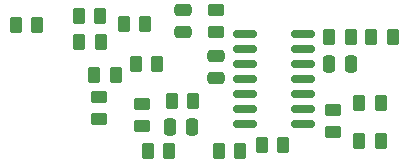
<source format=gtp>
G04 #@! TF.GenerationSoftware,KiCad,Pcbnew,8.0.4*
G04 #@! TF.CreationDate,2024-08-16T15:34:14+02:00*
G04 #@! TF.ProjectId,AT8,4154382e-6b69-4636-9164-5f7063625858,00*
G04 #@! TF.SameCoordinates,Original*
G04 #@! TF.FileFunction,Paste,Top*
G04 #@! TF.FilePolarity,Positive*
%FSLAX46Y46*%
G04 Gerber Fmt 4.6, Leading zero omitted, Abs format (unit mm)*
G04 Created by KiCad (PCBNEW 8.0.4) date 2024-08-16 15:34:14*
%MOMM*%
%LPD*%
G01*
G04 APERTURE LIST*
G04 Aperture macros list*
%AMRoundRect*
0 Rectangle with rounded corners*
0 $1 Rounding radius*
0 $2 $3 $4 $5 $6 $7 $8 $9 X,Y pos of 4 corners*
0 Add a 4 corners polygon primitive as box body*
4,1,4,$2,$3,$4,$5,$6,$7,$8,$9,$2,$3,0*
0 Add four circle primitives for the rounded corners*
1,1,$1+$1,$2,$3*
1,1,$1+$1,$4,$5*
1,1,$1+$1,$6,$7*
1,1,$1+$1,$8,$9*
0 Add four rect primitives between the rounded corners*
20,1,$1+$1,$2,$3,$4,$5,0*
20,1,$1+$1,$4,$5,$6,$7,0*
20,1,$1+$1,$6,$7,$8,$9,0*
20,1,$1+$1,$8,$9,$2,$3,0*%
G04 Aperture macros list end*
%ADD10RoundRect,0.250000X-0.450000X0.262500X-0.450000X-0.262500X0.450000X-0.262500X0.450000X0.262500X0*%
%ADD11RoundRect,0.250000X-0.250000X-0.475000X0.250000X-0.475000X0.250000X0.475000X-0.250000X0.475000X0*%
%ADD12RoundRect,0.250000X0.262500X0.450000X-0.262500X0.450000X-0.262500X-0.450000X0.262500X-0.450000X0*%
%ADD13RoundRect,0.250000X-0.262500X-0.450000X0.262500X-0.450000X0.262500X0.450000X-0.262500X0.450000X0*%
%ADD14RoundRect,0.250000X0.250000X0.475000X-0.250000X0.475000X-0.250000X-0.475000X0.250000X-0.475000X0*%
%ADD15RoundRect,0.250000X0.450000X-0.262500X0.450000X0.262500X-0.450000X0.262500X-0.450000X-0.262500X0*%
%ADD16RoundRect,0.150000X-0.825000X-0.150000X0.825000X-0.150000X0.825000X0.150000X-0.825000X0.150000X0*%
%ADD17RoundRect,0.250000X0.475000X-0.250000X0.475000X0.250000X-0.475000X0.250000X-0.475000X-0.250000X0*%
G04 APERTURE END LIST*
D10*
X48742000Y-23471500D03*
X48742000Y-25296500D03*
D11*
X48403500Y-19558000D03*
X50303500Y-19558000D03*
D12*
X50266000Y-17272000D03*
X48441000Y-17272000D03*
X53822000Y-17272000D03*
X51997000Y-17272000D03*
D13*
X21921500Y-16256000D03*
X23746500Y-16256000D03*
D14*
X36841500Y-24892000D03*
X34941500Y-24892000D03*
D13*
X27255500Y-15494000D03*
X29080500Y-15494000D03*
D15*
X38862000Y-16848500D03*
X38862000Y-15023500D03*
D16*
X41290500Y-17018000D03*
X41290500Y-18288000D03*
X41290500Y-19558000D03*
X41290500Y-20828000D03*
X41290500Y-22098000D03*
X41290500Y-23368000D03*
X41290500Y-24638000D03*
X46240500Y-24638000D03*
X46240500Y-23368000D03*
X46240500Y-22098000D03*
X46240500Y-20828000D03*
X46240500Y-19558000D03*
X46240500Y-18288000D03*
X46240500Y-17018000D03*
D13*
X28551500Y-20508000D03*
X30376500Y-20508000D03*
D12*
X36954500Y-22733000D03*
X35129500Y-22733000D03*
X52806000Y-22860000D03*
X50981000Y-22860000D03*
X32890500Y-16190000D03*
X31065500Y-16190000D03*
D13*
X27281500Y-17714000D03*
X29106500Y-17714000D03*
X39090000Y-26924000D03*
X40915000Y-26924000D03*
X33097500Y-26924000D03*
X34922500Y-26924000D03*
X50981000Y-26096000D03*
X52806000Y-26096000D03*
D10*
X32613000Y-22963500D03*
X32613000Y-24788500D03*
D17*
X36042000Y-16886000D03*
X36042000Y-14986000D03*
D12*
X44574500Y-26416000D03*
X42749500Y-26416000D03*
D10*
X28956000Y-22389500D03*
X28956000Y-24214500D03*
D17*
X38862000Y-20762000D03*
X38862000Y-18862000D03*
D12*
X33906500Y-19558000D03*
X32081500Y-19558000D03*
M02*

</source>
